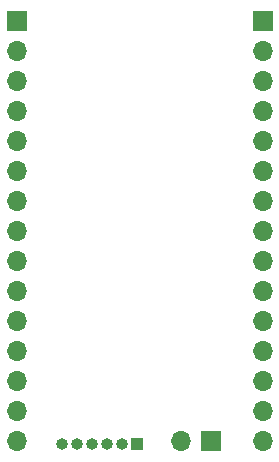
<source format=gbr>
%TF.GenerationSoftware,KiCad,Pcbnew,(6.0.0)*%
%TF.CreationDate,2022-02-11T23:14:06+08:00*%
%TF.ProjectId,esp8266,65737038-3236-4362-9e6b-696361645f70,rev?*%
%TF.SameCoordinates,Original*%
%TF.FileFunction,Soldermask,Bot*%
%TF.FilePolarity,Negative*%
%FSLAX46Y46*%
G04 Gerber Fmt 4.6, Leading zero omitted, Abs format (unit mm)*
G04 Created by KiCad (PCBNEW (6.0.0)) date 2022-02-11 23:14:06*
%MOMM*%
%LPD*%
G01*
G04 APERTURE LIST*
%ADD10R,1.000000X1.000000*%
%ADD11O,1.000000X1.000000*%
%ADD12R,1.700000X1.700000*%
%ADD13O,1.700000X1.700000*%
G04 APERTURE END LIST*
D10*
%TO.C,J2*%
X129032000Y-151180000D03*
D11*
X127762000Y-151180000D03*
X126492000Y-151180000D03*
X125222000Y-151180000D03*
X123952000Y-151180000D03*
X122682000Y-151180000D03*
%TD*%
D12*
%TO.C,J4*%
X118872000Y-115380000D03*
D13*
X118872000Y-117920000D03*
X118872000Y-120460000D03*
X118872000Y-123000000D03*
X118872000Y-125540000D03*
X118872000Y-128080000D03*
X118872000Y-130620000D03*
X118872000Y-133160000D03*
X118872000Y-135700000D03*
X118872000Y-138240000D03*
X118872000Y-140780000D03*
X118872000Y-143320000D03*
X118872000Y-145860000D03*
X118872000Y-148400000D03*
X118872000Y-150940000D03*
%TD*%
D12*
%TO.C,J1*%
X135290666Y-150930000D03*
D13*
X132750666Y-150930000D03*
%TD*%
D12*
%TO.C,J3*%
X139700000Y-115380000D03*
D13*
X139700000Y-117920000D03*
X139700000Y-120460000D03*
X139700000Y-123000000D03*
X139700000Y-125540000D03*
X139700000Y-128080000D03*
X139700000Y-130620000D03*
X139700000Y-133160000D03*
X139700000Y-135700000D03*
X139700000Y-138240000D03*
X139700000Y-140780000D03*
X139700000Y-143320000D03*
X139700000Y-145860000D03*
X139700000Y-148400000D03*
X139700000Y-150940000D03*
%TD*%
M02*

</source>
